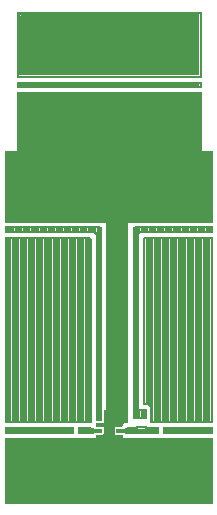
<source format=gbr>
G75*
%IPPOS*%
%FSLAX44Y44*%
%MOIN*%
%ADD10C,0.00100*%
%ADD11C,0.00200*%
%ADD12C,0.00400*%
%ADD13C,0.00800*%
%ADD14C,0.01500*%
%ADD15C,0.02500*%
%ADD16C,0.04000*%
%ADD17C,0.15000*%
%ADD18C,0.50000*%
%ADD19C,0.30000*%
%ADD20C,16.16080*%
%ADD21C,0.01181*%
%ADD22C,0.01969*%
%LNGB-L1*%
%LPD*%
G54D10*
X5122Y2556D02*
X4726D01*
Y2584D01*
X4402D01*
Y2556D01*
X4143Y2555D01*
X4099Y2550D01*
X4055Y2540D01*
X3955Y2511D01*
X3749D01*
Y2403D01*
X3956Y2402D01*
X4076Y2368D01*
X4120Y2360D01*
X4165Y2357D01*
X5122D01*
Y2556D01*
X5117Y2551D02*
X4721D01*
Y2579D01*
X4407D01*
Y2551D01*
X4144Y2550D01*
X4100Y2545D01*
X4057Y2535D01*
X3955Y2506D01*
X3754D01*
Y2408D01*
X3958Y2407D01*
X4077Y2373D01*
X4121Y2365D01*
X4165Y2362D01*
X5117D01*
Y2551D01*
G54D11*
X5107Y2541D02*
X4711D01*
Y2569D01*
X4417D01*
Y2541D01*
X4145D01*
X4102Y2536D01*
X4059Y2526D01*
X3955Y2496D01*
X3764D01*
Y2418D01*
X3960Y2417D01*
X4079Y2382D01*
X4121Y2375D01*
X4165Y2372D01*
X5107D01*
Y2541D01*
G54D12*
X5087Y2521D02*
X4691D01*
Y2549D01*
X4437D01*
Y2521D01*
X4147D01*
X4107Y2516D01*
X4065Y2506D01*
X3955Y2476D01*
X3784D01*
Y2437D01*
X3966Y2436D01*
X4083Y2402D01*
X4122Y2395D01*
X4165Y2392D01*
X5087D01*
Y2521D01*
X3966Y2437D02*
X3955Y2475D01*
X3961Y2456D02*
X3784D01*
X5087Y2471D02*
X3784D01*
X4074Y2509D02*
X5087D01*
Y2433D02*
X3978D01*
G54D10*
X5122Y2556D02*
X4726D01*
Y2584D01*
X4402D01*
Y2556D01*
X4143Y2555D01*
X4099Y2550D01*
X4055Y2540D01*
X3955Y2511D01*
X3749D01*
Y2403D01*
X3956Y2402D01*
X4076Y2368D01*
X4120Y2360D01*
X4165Y2357D01*
X5122D01*
Y2556D01*
X6944D02*
X5289D01*
Y2357D01*
X6944D01*
Y2556D01*
X6939Y2551D02*
X5294D01*
Y2362D01*
X6939D01*
Y2551D01*
G54D11*
X6929Y2541D02*
X5304D01*
Y2372D01*
X6929D01*
Y2541D01*
G54D12*
X6909Y2521D02*
X5324D01*
Y2392D01*
X6909D01*
Y2521D01*
G54D13*
X6869Y2481D02*
X5364D01*
Y2432D01*
X6869D01*
Y2481D01*
X6869Y2457D02*
X5364D01*
G54D10*
X6944Y2556D02*
X5289D01*
Y2357D01*
X6944D01*
Y2556D01*
X4455Y8975D02*
X4460Y8997D01*
X4471Y9018D01*
X4488Y9034D01*
X4509Y9046D01*
X4531Y9050D01*
X6944D01*
Y9249D01*
X4350D01*
X4328Y9242D01*
X4312Y9232D01*
X4299Y9217D01*
X4290Y9200D01*
X4287Y9182D01*
Y2869D01*
X4726D01*
Y3176D01*
X4455D01*
Y8975D01*
X4450Y8976D02*
X4455Y8999D01*
X4468Y9021D01*
X4486Y9039D01*
X4508Y9051D01*
X4531Y9055D01*
X6939D01*
Y9244D01*
X4351Y9245D01*
X4331Y9238D01*
X4316Y9228D01*
X4304Y9215D01*
X4295Y9199D01*
X4292Y9182D01*
Y2874D01*
X4721D01*
Y3171D01*
X4449D01*
X4450Y8976D01*
G54D11*
X4440Y8979D02*
X4447Y9004D01*
X4461Y9028D01*
X4481Y9048D01*
X4506Y9061D01*
X4531Y9065D01*
X6929D01*
Y9234D01*
X4354Y9235D01*
X4337Y9230D01*
X4323Y9222D01*
X4313Y9210D01*
X4305Y9197D01*
X4302Y9182D01*
Y2884D01*
X4711D01*
Y3161D01*
X4439D01*
X4440Y8979D01*
G54D12*
X4421Y8984D02*
X4429Y9015D01*
X4447Y9043D01*
X4472Y9066D01*
X4502Y9080D01*
X4531Y9085D01*
X6909D01*
Y9214D01*
X4360Y9216D01*
X4347Y9213D01*
X4338Y9208D01*
X4330Y9201D01*
X4325Y9193D01*
X4322Y9182D01*
Y2904D01*
X4691D01*
Y3141D01*
X4419D01*
X4421Y8984D01*
X5616Y9215D02*
Y9085D01*
X5578D02*
Y9215D01*
X5540D02*
Y9085D01*
X5502D02*
Y9215D01*
X5464D02*
Y9085D01*
X5426D02*
Y9215D01*
X5388D02*
Y9085D01*
X5350D02*
Y9215D01*
X5312Y9215D02*
Y9085D01*
X5274D02*
Y9215D01*
X5236D02*
Y9085D01*
X5198D02*
Y9215D01*
X5160Y9215D02*
Y9085D01*
X5122D02*
Y9215D01*
X5084D02*
Y9085D01*
X5046D02*
Y9215D01*
X5008Y9216D02*
Y9085D01*
X4970D02*
Y9216D01*
X4932D02*
Y9085D01*
X4894D02*
Y9216D01*
X4856Y9216D02*
Y9085D01*
X4818D02*
Y9216D01*
X4780D02*
Y9085D01*
X4742D02*
Y9216D01*
X4704D02*
Y9085D01*
X4666Y3141D02*
Y2904D01*
Y9085D02*
Y9216D01*
X4628Y3141D02*
Y2904D01*
Y9085D02*
Y9216D01*
X4590Y3141D02*
Y2904D01*
Y9085D02*
Y9216D01*
X4552Y3141D02*
Y2904D01*
Y9085D02*
Y9216D01*
X4514Y3141D02*
Y2904D01*
Y9082D02*
Y9216D01*
X4476Y3141D02*
Y2904D01*
Y9067D02*
Y9216D01*
X4438Y3141D02*
Y2904D01*
Y9028D02*
Y9216D01*
X4400D02*
Y2904D01*
X4362D02*
Y9216D01*
X5654Y9215D02*
Y9085D01*
X5692D02*
Y9215D01*
X5730D02*
Y9085D01*
X5768D02*
Y9215D01*
X5806D02*
Y9085D01*
X5844D02*
Y9215D01*
X5882Y9215D02*
Y9085D01*
X5920D02*
Y9215D01*
X5958D02*
Y9085D01*
X5996D02*
Y9215D01*
X6034Y9215D02*
Y9085D01*
X6072D02*
Y9215D01*
X6110D02*
Y9085D01*
X6148D02*
Y9215D01*
X6186Y9215D02*
Y9085D01*
X6224D02*
Y9215D01*
X6262D02*
Y9085D01*
X6300D02*
Y9215D01*
X6338D02*
Y9085D01*
X6376D02*
Y9215D01*
X6414D02*
Y9085D01*
X6452D02*
Y9214D01*
X6490D02*
Y9085D01*
X6528D02*
Y9214D01*
X6566D02*
Y9085D01*
X6604D02*
Y9214D01*
X6642D02*
Y9085D01*
X6680D02*
Y9214D01*
X6718Y9214D02*
Y9085D01*
X6756D02*
Y9214D01*
X6794D02*
Y9085D01*
X6832D02*
Y9214D01*
X6870Y9214D02*
Y9085D01*
G54D10*
X4455Y8975D02*
X4460Y8997D01*
X4471Y9018D01*
X4488Y9034D01*
X4509Y9046D01*
X4531Y9050D01*
X6944D01*
Y9249D01*
X4350D01*
X4328Y9242D01*
X4312Y9232D01*
X4299Y9217D01*
X4290Y9200D01*
X4287Y9182D01*
Y2869D01*
X4726D01*
Y3176D01*
X4455D01*
Y8975D01*
X438Y14077D02*
Y13881D01*
X6551D01*
Y14077D01*
X438D01*
X443Y14072D02*
Y13886D01*
X6546D01*
Y14072D01*
X443D01*
G54D11*
X453Y14062D02*
Y13896D01*
X6536D01*
Y14062D01*
X453D01*
G54D12*
X473Y14042D02*
Y13916D01*
X6516D01*
Y14042D01*
X473D01*
G54D13*
X513Y14002D02*
Y13956D01*
X6476D01*
Y14002D01*
X513D01*
X6476Y13979D02*
X513D01*
G54D10*
X438Y14077D02*
Y13881D01*
X6551D01*
Y14077D01*
X438D01*
Y14240D02*
X6551D01*
Y16391D01*
X438D01*
Y14240D01*
X443Y14245D02*
X6546D01*
Y16386D01*
X443D01*
Y14245D01*
G54D11*
X453Y14255D02*
X6536D01*
Y16376D01*
X453D01*
Y14255D01*
G54D12*
X473Y14275D02*
X6516D01*
Y16356D01*
X473D01*
Y14275D01*
G54D13*
X513Y14315D02*
X6476D01*
Y16316D01*
X513D01*
Y14315D01*
G54D14*
X588Y14390D02*
X6401D01*
Y16241D01*
X588D01*
Y14390D01*
G54D15*
X713Y14515D02*
X6276D01*
Y16116D01*
X713D01*
Y14515D01*
G54D16*
X913Y14715D02*
X6076D01*
Y15916D01*
X913D01*
Y14715D01*
G54D17*
X1288Y15090D02*
X5701D01*
Y15541D01*
X1288D01*
Y15090D01*
X5701Y15316D02*
X1288D01*
G54D10*
X438Y14240D02*
X6551D01*
Y16391D01*
X438D01*
Y14240D01*
X2307Y2556D02*
X44D01*
Y2357D01*
X2307D01*
Y2556D01*
X2302Y2551D02*
X49D01*
Y2362D01*
X2302D01*
Y2551D01*
G54D11*
X2292Y2541D02*
X59D01*
Y2372D01*
X2292D01*
Y2541D01*
G54D12*
X2272Y2521D02*
X79D01*
Y2392D01*
X2272D01*
Y2521D01*
G54D13*
X2232Y2481D02*
X119D01*
Y2432D01*
X2232D01*
Y2481D01*
X2232Y2457D02*
X119D01*
G54D10*
X2307Y2556D02*
X44D01*
Y2357D01*
X2307D01*
Y2556D01*
X44Y8890D02*
Y2717D01*
X2889D01*
Y8827D01*
X2882Y8849D01*
X2871Y8865D01*
X2857Y8878D01*
X2840Y8886D01*
X2823Y8890D01*
X44D01*
X49Y8885D02*
Y2722D01*
X2884D01*
Y8825D01*
X2878Y8846D01*
X2868Y8861D01*
X2855Y8873D01*
X2839Y8881D01*
X2823Y8885D01*
X49D01*
G54D11*
X59Y8875D02*
Y2732D01*
X2874D01*
X2875Y8822D01*
X2869Y8841D01*
X2861Y8854D01*
X2850Y8864D01*
X2836Y8872D01*
X2823Y8875D01*
X59D01*
G54D12*
X79Y8855D02*
Y2752D01*
X2854D01*
X2856Y8816D01*
X2852Y8830D01*
X2848Y8839D01*
X2841Y8847D01*
X2832Y8852D01*
X2823Y8855D01*
X79D01*
X1468Y8855D02*
Y2752D01*
X1430D02*
Y8855D01*
X1392D02*
Y2752D01*
X1354D02*
Y8855D01*
X1316D02*
Y2752D01*
X1278D02*
Y8855D01*
X1240D02*
Y2752D01*
X1202D02*
Y8855D01*
X1164D02*
Y2752D01*
X1126D02*
Y8855D01*
X1088D02*
Y2752D01*
X1050D02*
Y8855D01*
X1012D02*
Y2752D01*
X974D02*
Y8855D01*
X936D02*
Y2752D01*
X898D02*
Y8855D01*
X860D02*
Y2752D01*
X822D02*
Y8855D01*
X784D02*
Y2752D01*
X746D02*
Y8855D01*
X708D02*
Y2752D01*
X670D02*
Y8855D01*
X632D02*
Y2752D01*
X594D02*
Y8855D01*
X556D02*
Y2752D01*
X518D02*
Y8855D01*
X480D02*
Y2752D01*
X442D02*
Y8855D01*
X404D02*
Y2752D01*
X366D02*
Y8855D01*
X328D02*
Y2752D01*
X290D02*
Y8855D01*
X252D02*
Y2752D01*
X214D02*
Y8855D01*
X176D02*
Y2752D01*
X138D02*
Y8855D01*
X100D02*
Y2752D01*
X1506D02*
Y8855D01*
X1544D02*
Y2752D01*
X1582D02*
Y8855D01*
X1620D02*
Y2752D01*
X1658D02*
Y8855D01*
X1696D02*
Y2752D01*
X1734D02*
Y8855D01*
X1772D02*
Y2752D01*
X1810D02*
Y8855D01*
X1848D02*
Y2752D01*
X1886D02*
Y8855D01*
X1924D02*
Y2752D01*
X1962D02*
Y8855D01*
X2000D02*
Y2752D01*
X2038D02*
Y8855D01*
X2076D02*
Y2752D01*
X2114D02*
Y8855D01*
X2152D02*
Y2752D01*
X2190D02*
Y8855D01*
X2228D02*
Y2752D01*
X2266D02*
Y8855D01*
X2304D02*
Y2752D01*
X2342D02*
Y8855D01*
X2380D02*
Y2752D01*
X2418D02*
Y8855D01*
X2456D02*
Y2752D01*
X2494D02*
Y8855D01*
X2532D02*
Y2752D01*
X2570D02*
Y8855D01*
X2608D02*
Y2752D01*
X2646D02*
Y8855D01*
X2684D02*
Y2752D01*
X2722D02*
Y8855D01*
X2760D02*
Y2752D01*
X2798D02*
Y8855D01*
X2836Y8850D02*
Y2752D01*
G54D10*
X44Y8890D02*
Y2717D01*
X2889D01*
Y8827D01*
X2882Y8849D01*
X2871Y8865D01*
X2857Y8878D01*
X2840Y8886D01*
X2823Y8890D01*
X44D01*
Y9410D02*
X3337Y9409D01*
X3361Y9401D01*
X3379Y9389D01*
X3393Y9372D01*
X3403Y9353D01*
X3407Y9333D01*
Y3129D01*
X3322D01*
Y2735D01*
X3303Y2710D01*
X3282Y2706D01*
X3056D01*
Y2602D01*
X3294D01*
X3318Y2580D01*
X3322Y2560D01*
Y2340D01*
X3301Y2316D01*
X3281Y2312D01*
X3079D01*
X3060Y2297D01*
X3056Y2281D01*
Y2227D01*
X3038Y2202D01*
X3016Y2198D01*
X44Y2197D01*
Y44D01*
X6944D01*
Y2197D01*
X3962Y2198D01*
X3937Y2217D01*
X3932Y2238D01*
Y2289D01*
X3918Y2308D01*
X3902Y2312D01*
X3694D01*
X3670Y2333D01*
X3667Y2353D01*
Y2574D01*
X3687Y2598D01*
X3708Y2602D01*
X3909D01*
X3929Y2616D01*
X3932Y2632D01*
Y2687D01*
X3951Y2712D01*
X3973Y2717D01*
X4095D01*
Y9340D01*
X4104Y9363D01*
X4116Y9382D01*
X4132Y9396D01*
X4152Y9406D01*
X4172Y9410D01*
X6944D01*
Y11763D01*
X6551D01*
Y13721D01*
X438D01*
Y11763D01*
X44D01*
Y9410D01*
X49Y9415D02*
X3339Y9414D01*
X3363Y9405D01*
X3383Y9392D01*
X3398Y9375D01*
X3408Y9354D01*
X3412Y9333D01*
Y3124D01*
X3327D01*
Y2734D01*
X3306Y2706D01*
X3282Y2701D01*
X3061D01*
Y2607D01*
X3296D01*
X3323Y2583D01*
X3327Y2560D01*
Y2338D01*
X3303Y2311D01*
X3281Y2307D01*
X3081D01*
X3065Y2294D01*
X3061Y2281D01*
Y2226D01*
X3040Y2198D01*
X3016Y2193D01*
X49Y2192D01*
Y49D01*
X6939D01*
Y2192D01*
X3960Y2193D01*
X3932Y2214D01*
X3927Y2238D01*
Y2287D01*
X3915Y2304D01*
X3902Y2307D01*
X3693D01*
X3666Y2330D01*
X3662Y2353D01*
Y2575D01*
X3685Y2602D01*
X3708Y2607D01*
X3908D01*
X3924Y2619D01*
X3927Y2632D01*
Y2688D01*
X3948Y2716D01*
X3973Y2722D01*
X4090D01*
X4091Y9342D01*
X4099Y9366D01*
X4113Y9386D01*
X4130Y9401D01*
X4151Y9411D01*
X4172Y9415D01*
X6939D01*
Y11758D01*
X6546D01*
Y13716D01*
X443D01*
Y11758D01*
X49D01*
Y9415D01*
G54D11*
X59Y9425D02*
X3342Y9424D01*
X3369Y9414D01*
X3390Y9399D01*
X3407Y9379D01*
X3418Y9355D01*
X3422Y9333D01*
Y3114D01*
X3337D01*
Y2730D01*
X3312Y2697D01*
X3282Y2691D01*
X3071D01*
Y2617D01*
X3300D01*
X3332Y2588D01*
X3337Y2560D01*
Y2334D01*
X3309Y2302D01*
X3281Y2297D01*
X3084D01*
X3073Y2289D01*
X3071Y2281D01*
Y2222D01*
X3046Y2189D01*
X3016Y2183D01*
X59Y2182D01*
Y59D01*
X6929D01*
Y2182D01*
X3957Y2183D01*
X3923Y2208D01*
X3917Y2238D01*
Y2284D01*
X3909Y2295D01*
X3902Y2297D01*
X3689D01*
X3657Y2325D01*
X3652Y2353D01*
Y2579D01*
X3679Y2611D01*
X3708Y2617D01*
X3904D01*
X3915Y2625D01*
X3917Y2632D01*
Y2691D01*
X3942Y2725D01*
X3973Y2732D01*
X4080D01*
X4081Y9345D01*
X4091Y9372D01*
X4106Y9393D01*
X4126Y9410D01*
X4150Y9421D01*
X4172Y9425D01*
X6929D01*
Y11748D01*
X6536D01*
Y13706D01*
X453D01*
Y11748D01*
X59D01*
Y9425D01*
X4081Y6883D02*
X3422D01*
Y6902D02*
X4081D01*
Y6921D02*
X3422D01*
Y6940D02*
X4081D01*
Y6959D02*
X3422D01*
Y6978D02*
X4081D01*
Y6997D02*
X3422D01*
Y7016D02*
X4081D01*
Y7035D02*
X3422D01*
Y7054D02*
X4081D01*
Y7073D02*
X3422D01*
Y7092D02*
X4081D01*
Y7111D02*
X3422D01*
Y7130D02*
X4081D01*
Y7149D02*
X3422D01*
Y7168D02*
X4081D01*
Y7187D02*
X3422D01*
Y7206D02*
X4081D01*
Y7225D02*
X3422D01*
Y7244D02*
X4081D01*
Y7263D02*
X3422D01*
Y7282D02*
X4081D01*
Y7301D02*
X3422D01*
Y7320D02*
X4081D01*
Y7339D02*
X3422D01*
Y7358D02*
X4081D01*
Y7377D02*
X3422D01*
Y7396D02*
X4081D01*
Y7415D02*
X3422D01*
Y7434D02*
X4081D01*
Y7453D02*
X3422D01*
Y7472D02*
X4081D01*
Y7491D02*
X3422D01*
Y7510D02*
X4081D01*
Y7529D02*
X3422D01*
Y7548D02*
X4081D01*
Y7567D02*
X3422D01*
Y7586D02*
X4081D01*
Y7605D02*
X3422D01*
Y7624D02*
X4081D01*
Y7643D02*
X3422D01*
Y7662D02*
X4081D01*
Y7681D02*
X3422D01*
Y7700D02*
X4081D01*
Y7719D02*
X3422D01*
Y7738D02*
X4081D01*
Y7757D02*
X3422D01*
Y7776D02*
X4081D01*
Y7795D02*
X3422D01*
Y7814D02*
X4081D01*
Y7833D02*
X3422D01*
Y7852D02*
X4081D01*
Y7871D02*
X3422D01*
Y7890D02*
X4081D01*
Y7909D02*
X3422D01*
Y7928D02*
X4081D01*
Y7947D02*
X3422D01*
Y7966D02*
X4081D01*
Y7985D02*
X3422D01*
Y8004D02*
X4081D01*
Y8023D02*
X3422D01*
Y8042D02*
X4081D01*
Y8061D02*
X3422D01*
Y8080D02*
X4081D01*
Y8099D02*
X3422D01*
Y8118D02*
X4081D01*
Y8137D02*
X3422D01*
Y8156D02*
X4081D01*
Y8175D02*
X3422D01*
Y8194D02*
X4081D01*
Y8213D02*
X3422D01*
Y8232D02*
X4081D01*
Y8251D02*
X3422D01*
Y8270D02*
X4081D01*
Y8289D02*
X3422D01*
Y8308D02*
X4081D01*
Y8327D02*
X3422D01*
Y8346D02*
X4081D01*
Y8365D02*
X3422D01*
Y8384D02*
X4081D01*
Y8403D02*
X3422D01*
Y8422D02*
X4081D01*
Y8441D02*
X3422D01*
Y8460D02*
X4081D01*
Y8479D02*
X3422D01*
Y8498D02*
X4081D01*
Y8517D02*
X3422D01*
Y8536D02*
X4081D01*
Y8555D02*
X3422D01*
Y8574D02*
X4081D01*
Y8593D02*
X3422D01*
Y8612D02*
X4081D01*
Y8631D02*
X3422D01*
Y8650D02*
X4081D01*
Y8669D02*
X3422D01*
Y8688D02*
X4081D01*
Y8707D02*
X3422D01*
Y8726D02*
X4081D01*
Y8745D02*
X3422D01*
Y8764D02*
X4081D01*
Y8783D02*
X3422D01*
Y8802D02*
X4081D01*
Y8821D02*
X3422D01*
Y8840D02*
X4081D01*
Y8859D02*
X3422D01*
Y8878D02*
X4081D01*
Y8897D02*
X3422D01*
Y8916D02*
X4081D01*
Y8935D02*
X3422D01*
Y8954D02*
X4081D01*
Y8973D02*
X3422D01*
Y8992D02*
X4081D01*
Y9011D02*
X3422D01*
Y9030D02*
X4081D01*
X4081Y9049D02*
X3422D01*
Y9068D02*
X4081D01*
Y9087D02*
X3422D01*
Y9106D02*
X4081D01*
Y9125D02*
X3422D01*
Y9144D02*
X4081D01*
Y9163D02*
X3422D01*
Y9182D02*
X4081D01*
Y9201D02*
X3422D01*
Y9220D02*
X4081D01*
Y9239D02*
X3422D01*
Y9258D02*
X4081D01*
Y9277D02*
X3422D01*
Y9296D02*
X4081D01*
Y9315D02*
X3422D01*
X3422Y9334D02*
X4081D01*
X4084Y9353D02*
X3418D01*
X3410Y9372D02*
X4091D01*
X4104Y9391D02*
X3397D01*
X3375Y9410D02*
X4126D01*
X6929Y9429D02*
X59D01*
Y9448D02*
X6929D01*
Y9467D02*
X59D01*
Y9486D02*
X6929D01*
Y9505D02*
X59D01*
Y9524D02*
X6929D01*
Y9543D02*
X59D01*
Y9562D02*
X6929D01*
Y9581D02*
X59D01*
Y9600D02*
X6929D01*
Y9619D02*
X59D01*
Y9638D02*
X6929D01*
Y9657D02*
X59D01*
Y9676D02*
X6929D01*
Y9695D02*
X59D01*
Y9714D02*
X6929D01*
Y9733D02*
X59D01*
Y9752D02*
X6929D01*
Y9771D02*
X59D01*
Y9790D02*
X6929D01*
Y9809D02*
X59D01*
Y9828D02*
X6929D01*
Y9847D02*
X59D01*
Y9866D02*
X6929D01*
Y9885D02*
X59D01*
Y9904D02*
X6929D01*
Y9923D02*
X59D01*
Y9942D02*
X6929D01*
Y9961D02*
X59D01*
Y9980D02*
X6929D01*
Y9999D02*
X59D01*
Y10018D02*
X6929D01*
Y10037D02*
X59D01*
Y10056D02*
X6929D01*
Y10075D02*
X59D01*
Y10094D02*
X6929D01*
Y10113D02*
X59D01*
Y10132D02*
X6929D01*
Y10151D02*
X59D01*
Y10170D02*
X6929D01*
Y10189D02*
X59D01*
Y10208D02*
X6929D01*
Y10227D02*
X59D01*
Y10246D02*
X6929D01*
Y10265D02*
X59D01*
Y10284D02*
X6929D01*
Y10303D02*
X59D01*
Y10322D02*
X6929D01*
Y10341D02*
X59D01*
Y10360D02*
X6929D01*
Y10379D02*
X59D01*
Y10398D02*
X6929D01*
Y10417D02*
X59D01*
Y10436D02*
X6929D01*
Y10455D02*
X59D01*
Y10474D02*
X6929D01*
Y10493D02*
X59D01*
Y10512D02*
X6929D01*
Y10531D02*
X59D01*
Y10550D02*
X6929D01*
Y10569D02*
X59D01*
Y10588D02*
X6929D01*
Y10607D02*
X59D01*
Y10626D02*
X6929D01*
Y10645D02*
X59D01*
Y10664D02*
X6929D01*
Y10683D02*
X59D01*
Y10702D02*
X6929D01*
Y10721D02*
X59D01*
Y10740D02*
X6929D01*
Y10759D02*
X59D01*
Y10778D02*
X6929D01*
Y10797D02*
X59D01*
Y10816D02*
X6929D01*
Y10835D02*
X59D01*
Y10854D02*
X6929D01*
Y10873D02*
X59D01*
Y10892D02*
X6929D01*
Y10911D02*
X59D01*
Y10930D02*
X6929D01*
Y10949D02*
X59D01*
Y10968D02*
X6929D01*
Y10987D02*
X59D01*
Y11006D02*
X6929D01*
Y11025D02*
X59D01*
Y11044D02*
X6929D01*
Y11063D02*
X59D01*
Y11082D02*
X6929D01*
Y11101D02*
X59D01*
Y11120D02*
X6929D01*
Y11139D02*
X59D01*
Y11158D02*
X6929D01*
Y11177D02*
X59D01*
Y11196D02*
X6929D01*
Y11215D02*
X59D01*
Y11234D02*
X6929D01*
Y11253D02*
X59D01*
Y11272D02*
X6929D01*
Y11291D02*
X59D01*
Y11310D02*
X6929D01*
Y11329D02*
X59D01*
Y11348D02*
X6929D01*
Y11367D02*
X59D01*
Y11386D02*
X6929D01*
Y11405D02*
X59D01*
Y11424D02*
X6929D01*
Y11443D02*
X59D01*
Y11462D02*
X6929D01*
Y11481D02*
X59D01*
Y11500D02*
X6929D01*
Y11519D02*
X59D01*
Y11538D02*
X6929D01*
Y11557D02*
X59D01*
Y11576D02*
X6929D01*
Y11595D02*
X59D01*
Y11614D02*
X6929D01*
Y11633D02*
X59D01*
Y11652D02*
X6929D01*
Y11671D02*
X59D01*
Y11690D02*
X6929D01*
Y11709D02*
X59D01*
Y11728D02*
X6929D01*
Y11747D02*
X59D01*
X453Y11766D02*
X6536D01*
Y11785D02*
X453D01*
Y11804D02*
X6536D01*
Y11823D02*
X453D01*
Y11842D02*
X6536D01*
Y11861D02*
X453D01*
Y11880D02*
X6536D01*
Y11899D02*
X453D01*
Y11918D02*
X6536D01*
Y11937D02*
X453D01*
Y11956D02*
X6536D01*
Y11975D02*
X453D01*
Y11994D02*
X6536D01*
Y12013D02*
X453D01*
Y12032D02*
X6536D01*
Y12051D02*
X453D01*
Y12070D02*
X6536D01*
Y12089D02*
X453D01*
Y12108D02*
X6536D01*
Y12127D02*
X453D01*
Y12146D02*
X6536D01*
Y12165D02*
X453D01*
Y12184D02*
X6536D01*
Y12203D02*
X453D01*
Y12222D02*
X6536D01*
Y12241D02*
X453D01*
Y12260D02*
X6536D01*
Y12279D02*
X453D01*
Y12298D02*
X6536D01*
Y12317D02*
X453D01*
Y12336D02*
X6536D01*
Y12355D02*
X453D01*
Y12374D02*
X6536D01*
Y12393D02*
X453D01*
Y12412D02*
X6536D01*
Y12431D02*
X453D01*
Y12450D02*
X6536D01*
Y12469D02*
X453D01*
Y12488D02*
X6536D01*
Y12507D02*
X453D01*
Y12526D02*
X6536D01*
Y12545D02*
X453D01*
Y12564D02*
X6536D01*
Y12583D02*
X453D01*
Y12602D02*
X6536D01*
Y12621D02*
X453D01*
Y12640D02*
X6536D01*
Y12659D02*
X453D01*
Y12678D02*
X6536D01*
Y12697D02*
X453D01*
Y12716D02*
X6536D01*
Y12735D02*
X453D01*
Y12754D02*
X6536D01*
Y12773D02*
X453D01*
Y12792D02*
X6536D01*
Y12811D02*
X453D01*
Y12830D02*
X6536D01*
Y12849D02*
X453D01*
Y12868D02*
X6536D01*
Y12887D02*
X453D01*
Y12906D02*
X6536D01*
Y12925D02*
X453D01*
Y12944D02*
X6536D01*
Y12963D02*
X453D01*
Y12982D02*
X6536D01*
Y13001D02*
X453D01*
Y13020D02*
X6536D01*
Y13039D02*
X453D01*
Y13058D02*
X6536D01*
Y13077D02*
X453D01*
Y13096D02*
X6536D01*
Y13115D02*
X453D01*
Y13134D02*
X6536D01*
Y13153D02*
X453D01*
Y13172D02*
X6536D01*
Y13191D02*
X453D01*
Y13210D02*
X6536D01*
Y13229D02*
X453D01*
Y13248D02*
X6536D01*
Y13267D02*
X453D01*
Y13286D02*
X6536D01*
Y13305D02*
X453D01*
Y13324D02*
X6536D01*
Y13343D02*
X453D01*
Y13362D02*
X6536D01*
Y13381D02*
X453D01*
Y13400D02*
X6536D01*
Y13419D02*
X453D01*
Y13438D02*
X6536D01*
Y13457D02*
X453D01*
Y13476D02*
X6536D01*
Y13495D02*
X453D01*
Y13514D02*
X6536D01*
Y13533D02*
X453D01*
Y13552D02*
X6536D01*
Y13571D02*
X453D01*
Y13590D02*
X6536D01*
Y13609D02*
X453D01*
Y13628D02*
X6536D01*
Y13647D02*
X453D01*
Y13666D02*
X6536D01*
Y13685D02*
X453D01*
Y13704D02*
X6536D01*
X4081Y6864D02*
X3422D01*
Y6845D02*
X4081D01*
Y6826D02*
X3422D01*
Y6807D02*
X4081D01*
Y6788D02*
X3422D01*
Y6769D02*
X4081D01*
Y6750D02*
X3422D01*
Y6731D02*
X4081D01*
Y6712D02*
X3422D01*
Y6693D02*
X4081D01*
Y6674D02*
X3422D01*
Y6655D02*
X4081D01*
X4081Y6636D02*
X3422D01*
Y6617D02*
X4081D01*
Y6598D02*
X3422D01*
Y6579D02*
X4081D01*
Y6560D02*
X3422D01*
Y6541D02*
X4081D01*
Y6522D02*
X3422D01*
Y6503D02*
X4081D01*
Y6484D02*
X3422D01*
Y6465D02*
X4081D01*
Y6446D02*
X3422D01*
Y6427D02*
X4081D01*
Y6408D02*
X3422D01*
Y6389D02*
X4081D01*
Y6370D02*
X3422D01*
Y6351D02*
X4081D01*
Y6332D02*
X3422D01*
Y6313D02*
X4081D01*
Y6294D02*
X3422D01*
Y6275D02*
X4081D01*
Y6256D02*
X3422D01*
Y6237D02*
X4081D01*
Y6218D02*
X3422D01*
Y6199D02*
X4081D01*
Y6180D02*
X3422D01*
Y6161D02*
X4081D01*
Y6142D02*
X3422D01*
Y6123D02*
X4081D01*
Y6104D02*
X3422D01*
Y6085D02*
X4081D01*
Y6066D02*
X3422D01*
Y6047D02*
X4081D01*
X4081Y6028D02*
X3422D01*
Y6009D02*
X4081D01*
Y5990D02*
X3422D01*
Y5971D02*
X4081D01*
Y5952D02*
X3422D01*
Y5933D02*
X4081D01*
Y5914D02*
X3422D01*
Y5895D02*
X4081D01*
Y5876D02*
X3422D01*
Y5857D02*
X4081D01*
Y5838D02*
X3422D01*
Y5819D02*
X4081D01*
Y5800D02*
X3422D01*
Y5781D02*
X4081D01*
Y5762D02*
X3422D01*
Y5743D02*
X4081D01*
Y5724D02*
X3422D01*
Y5705D02*
X4081D01*
Y5686D02*
X3422D01*
Y5667D02*
X4081D01*
Y5648D02*
X3422D01*
Y5629D02*
X4081D01*
Y5610D02*
X3422D01*
Y5591D02*
X4081D01*
Y5572D02*
X3422D01*
Y5553D02*
X4081D01*
Y5534D02*
X3422D01*
Y5515D02*
X4081D01*
Y5496D02*
X3422D01*
Y5477D02*
X4081D01*
Y5458D02*
X3422D01*
Y5439D02*
X4081D01*
X4081Y5420D02*
X3422D01*
Y5401D02*
X4081D01*
Y5382D02*
X3422D01*
Y5363D02*
X4081D01*
Y5344D02*
X3422D01*
Y5325D02*
X4081D01*
Y5306D02*
X3422D01*
Y5287D02*
X4081D01*
Y5268D02*
X3422D01*
Y5249D02*
X4081D01*
Y5230D02*
X3422D01*
Y5211D02*
X4081D01*
Y5192D02*
X3422D01*
Y5173D02*
X4081D01*
Y5154D02*
X3422D01*
Y5135D02*
X4081D01*
Y5116D02*
X3422D01*
Y5097D02*
X4081D01*
Y5078D02*
X3422D01*
Y5059D02*
X4081D01*
Y5040D02*
X3422D01*
Y5021D02*
X4081D01*
Y5002D02*
X3422D01*
Y4983D02*
X4081D01*
Y4964D02*
X3422D01*
Y4945D02*
X4081D01*
Y4926D02*
X3422D01*
Y4907D02*
X4081D01*
Y4888D02*
X3422D01*
Y4869D02*
X4081D01*
Y4850D02*
X3422D01*
Y4831D02*
X4081D01*
Y4812D02*
X3422D01*
Y4793D02*
X4081D01*
Y4774D02*
X3422D01*
Y4755D02*
X4081D01*
Y4736D02*
X3422D01*
Y4717D02*
X4081D01*
Y4698D02*
X3422D01*
Y4679D02*
X4081D01*
Y4660D02*
X3422D01*
Y4641D02*
X4081D01*
Y4622D02*
X3422D01*
Y4603D02*
X4081D01*
Y4584D02*
X3422D01*
Y4565D02*
X4081D01*
Y4546D02*
X3422D01*
Y4527D02*
X4081D01*
Y4508D02*
X3422D01*
Y4489D02*
X4081D01*
Y4470D02*
X3422D01*
Y4451D02*
X4081D01*
Y4432D02*
X3422D01*
Y4413D02*
X4081D01*
Y4394D02*
X3422D01*
Y4375D02*
X4081D01*
Y4356D02*
X3422D01*
Y4337D02*
X4081D01*
Y4318D02*
X3422D01*
Y4299D02*
X4081D01*
Y4280D02*
X3422D01*
Y4261D02*
X4081D01*
Y4242D02*
X3422D01*
Y4223D02*
X4080D01*
Y4204D02*
X3422D01*
Y4185D02*
X4080D01*
Y4166D02*
X3422D01*
Y4147D02*
X4080D01*
Y4128D02*
X3422D01*
Y4109D02*
X4080D01*
Y4090D02*
X3422D01*
Y4071D02*
X4080D01*
Y4052D02*
X3422D01*
Y4033D02*
X4080D01*
Y4014D02*
X3422D01*
Y3995D02*
X4080D01*
Y3976D02*
X3422D01*
Y3957D02*
X4080D01*
Y3938D02*
X3422D01*
Y3919D02*
X4080D01*
Y3900D02*
X3422D01*
Y3881D02*
X4080D01*
Y3862D02*
X3422D01*
Y3843D02*
X4080D01*
Y3824D02*
X3422D01*
Y3805D02*
X4080D01*
Y3786D02*
X3422D01*
Y3767D02*
X4080D01*
Y3748D02*
X3422D01*
Y3729D02*
X4080D01*
Y3710D02*
X3422D01*
Y3691D02*
X4080D01*
Y3672D02*
X3422D01*
Y3653D02*
X4080D01*
Y3634D02*
X3422D01*
Y3615D02*
X4080D01*
Y3595D02*
X3422D01*
Y3576D02*
X4080D01*
Y3557D02*
X3422D01*
Y3538D02*
X4080D01*
Y3519D02*
X3422D01*
Y3500D02*
X4080D01*
Y3481D02*
X3422D01*
Y3462D02*
X4080D01*
Y3443D02*
X3422D01*
Y3424D02*
X4080D01*
Y3405D02*
X3422D01*
Y3386D02*
X4080D01*
Y3367D02*
X3422D01*
Y3348D02*
X4080D01*
Y3329D02*
X3422D01*
Y3310D02*
X4080D01*
Y3291D02*
X3422D01*
Y3272D02*
X4080D01*
Y3253D02*
X3422D01*
Y3234D02*
X4080D01*
Y3215D02*
X3422D01*
Y3196D02*
X4080D01*
Y3177D02*
X3422D01*
Y3158D02*
X4080D01*
Y3139D02*
X3422D01*
Y3120D02*
X4080D01*
Y3101D02*
X3337D01*
Y3082D02*
X4080D01*
Y3063D02*
X3337D01*
Y3044D02*
X4080D01*
X4080Y3025D02*
X3337D01*
Y3006D02*
X4080D01*
Y2987D02*
X3337D01*
Y2968D02*
X4080D01*
Y2949D02*
X3337D01*
Y2930D02*
X4080D01*
Y2911D02*
X3337D01*
Y2892D02*
X4080D01*
Y2873D02*
X3337D01*
Y2854D02*
X4080D01*
Y2835D02*
X3337D01*
Y2816D02*
X4080D01*
Y2797D02*
X3337D01*
Y2778D02*
X4080D01*
Y2759D02*
X3337D01*
Y2740D02*
X4080D01*
X3939Y2721D02*
X3331D01*
X3316Y2702D02*
X3925D01*
X3917Y2683D02*
X3071D01*
Y2664D02*
X3917D01*
Y2645D02*
X3071D01*
Y2626D02*
X3916D01*
X3676Y2607D02*
X3310D01*
X3332Y2588D02*
X3660D01*
X3652Y2569D02*
X3336D01*
X3337Y2550D02*
X3652D01*
Y2531D02*
X3337D01*
Y2512D02*
X3652D01*
Y2493D02*
X3337D01*
Y2474D02*
X3652D01*
Y2455D02*
X3337D01*
Y2436D02*
X3652D01*
Y2417D02*
X3337D01*
Y2398D02*
X3652D01*
Y2379D02*
X3337D01*
Y2360D02*
X3652D01*
X3654Y2341D02*
X3337D01*
X3327Y2322D02*
X3660D01*
X3681Y2303D02*
X3310D01*
X3072Y2284D02*
X3917D01*
X3917Y2265D02*
X3071D01*
Y2246D02*
X3917D01*
X3919Y2227D02*
X3071D01*
X3061Y2208D02*
X3923D01*
X3948Y2189D02*
X3047D01*
X59Y2170D02*
X6929D01*
Y2151D02*
X59D01*
Y2132D02*
X6929D01*
Y2113D02*
X59D01*
Y2094D02*
X6929D01*
Y2075D02*
X59D01*
Y2056D02*
X6929D01*
Y2037D02*
X59D01*
Y2018D02*
X6929D01*
Y1999D02*
X59D01*
Y1980D02*
X6929D01*
Y1961D02*
X59D01*
Y1942D02*
X6929D01*
Y1923D02*
X59D01*
Y1904D02*
X6929D01*
Y1885D02*
X59D01*
Y1866D02*
X6929D01*
Y1847D02*
X59D01*
Y1828D02*
X6929D01*
Y1809D02*
X59D01*
Y1790D02*
X6929D01*
Y1771D02*
X59D01*
Y1752D02*
X6929D01*
Y1733D02*
X59D01*
Y1714D02*
X6929D01*
Y1695D02*
X59D01*
Y1676D02*
X6929D01*
Y1657D02*
X59D01*
Y1638D02*
X6929D01*
Y1619D02*
X59D01*
Y1600D02*
X6929D01*
Y1581D02*
X59D01*
Y1562D02*
X6929D01*
Y1543D02*
X59D01*
Y1524D02*
X6929D01*
Y1505D02*
X59D01*
Y1486D02*
X6929D01*
Y1467D02*
X59D01*
Y1448D02*
X6929D01*
Y1429D02*
X59D01*
Y1410D02*
X6929D01*
Y1391D02*
X59D01*
Y1372D02*
X6929D01*
Y1353D02*
X59D01*
Y1334D02*
X6929D01*
Y1315D02*
X59D01*
Y1296D02*
X6929D01*
Y1277D02*
X59D01*
Y1258D02*
X6929D01*
Y1239D02*
X59D01*
Y1220D02*
X6929D01*
Y1201D02*
X59D01*
Y1182D02*
X6929D01*
Y1163D02*
X59D01*
Y1144D02*
X6929D01*
Y1125D02*
X59D01*
Y1106D02*
X6929D01*
Y1087D02*
X59D01*
Y1068D02*
X6929D01*
Y1049D02*
X59D01*
Y1030D02*
X6929D01*
Y1011D02*
X59D01*
Y992D02*
X6929D01*
Y973D02*
X59D01*
Y954D02*
X6929D01*
Y935D02*
X59D01*
Y916D02*
X6929D01*
Y897D02*
X59D01*
Y878D02*
X6929D01*
Y859D02*
X59D01*
Y840D02*
X6929D01*
Y821D02*
X59D01*
Y802D02*
X6929D01*
Y783D02*
X59D01*
Y764D02*
X6929D01*
Y745D02*
X59D01*
Y726D02*
X6929D01*
Y707D02*
X59D01*
Y688D02*
X6929D01*
Y669D02*
X59D01*
Y650D02*
X6929D01*
Y631D02*
X59D01*
Y612D02*
X6929D01*
Y593D02*
X59D01*
Y574D02*
X6929D01*
Y555D02*
X59D01*
Y536D02*
X6929D01*
Y517D02*
X59D01*
Y498D02*
X6929D01*
Y479D02*
X59D01*
Y460D02*
X6929D01*
Y441D02*
X59D01*
Y422D02*
X6929D01*
Y403D02*
X59D01*
Y384D02*
X6929D01*
Y365D02*
X59D01*
Y346D02*
X6929D01*
Y327D02*
X59D01*
Y308D02*
X6929D01*
Y289D02*
X59D01*
Y270D02*
X6929D01*
Y251D02*
X59D01*
Y232D02*
X6929D01*
Y213D02*
X59D01*
Y194D02*
X6929D01*
Y175D02*
X59D01*
Y156D02*
X6929D01*
Y137D02*
X59D01*
Y118D02*
X6929D01*
Y99D02*
X59D01*
Y80D02*
X6929D01*
Y61D02*
X59D01*
G54D10*
X44Y9410D02*
X3337Y9409D01*
X3361Y9401D01*
X3379Y9389D01*
X3393Y9372D01*
X3403Y9353D01*
X3407Y9333D01*
Y3129D01*
X3322D01*
Y2735D01*
X3303Y2710D01*
X3282Y2706D01*
X3056D01*
Y2602D01*
X3294D01*
X3318Y2580D01*
X3322Y2560D01*
Y2340D01*
X3301Y2316D01*
X3281Y2312D01*
X3079D01*
X3060Y2297D01*
X3056Y2281D01*
Y2227D01*
X3038Y2202D01*
X3016Y2198D01*
X44Y2197D01*
Y44D01*
X6944D01*
Y2197D01*
X3962Y2198D01*
X3937Y2217D01*
X3932Y2238D01*
Y2289D01*
X3918Y2308D01*
X3902Y2312D01*
X3694D01*
X3670Y2333D01*
X3667Y2353D01*
Y2574D01*
X3687Y2598D01*
X3708Y2602D01*
X3909D01*
X3929Y2616D01*
X3932Y2632D01*
Y2687D01*
X3951Y2712D01*
X3973Y2717D01*
X4095D01*
Y9340D01*
X4104Y9363D01*
X4116Y9382D01*
X4132Y9396D01*
X4152Y9406D01*
X4172Y9410D01*
X6944D01*
Y11763D01*
X6551D01*
Y13721D01*
X438D01*
Y11763D01*
X44D01*
Y9410D01*
X2474Y2357D02*
X2845Y2358D01*
X2890Y2363D01*
X2933Y2373D01*
X3034Y2403D01*
X3239D01*
Y2511D01*
X3032D01*
X2912Y2546D01*
X2868Y2553D01*
X2823Y2556D01*
X2474D01*
Y2357D01*
X2479Y2362D02*
X2845Y2363D01*
X2889Y2368D01*
X2932Y2378D01*
X3034Y2408D01*
X3234D01*
Y2506D01*
X3031D01*
X2911Y2541D01*
X2868Y2548D01*
X2823Y2551D01*
X2479D01*
Y2362D01*
G54D11*
X2489Y2372D02*
X2844Y2373D01*
X2886Y2378D01*
X2929Y2388D01*
X3034Y2418D01*
X3224D01*
Y2496D01*
X3028D01*
X2910Y2531D01*
X2867Y2538D01*
X2823Y2541D01*
X2489D01*
Y2372D01*
G54D12*
X2509Y2392D02*
X2841Y2393D01*
X2882Y2397D01*
X2924Y2407D01*
X3034Y2438D01*
X3204D01*
Y2476D01*
X3023Y2477D01*
X2906Y2511D01*
X2866Y2518D01*
X2823Y2521D01*
X2509D01*
Y2392D01*
X3023Y2476D02*
X3033Y2439D01*
X3204Y2457D02*
X3028D01*
X3204Y2457D02*
X2509D01*
Y2495D02*
X2963D01*
X2966Y2419D02*
X2509D01*
G54D10*
X2474Y2357D02*
X2845Y2358D01*
X2890Y2363D01*
X2933Y2373D01*
X3034Y2403D01*
X3239D01*
Y2511D01*
X3032D01*
X2912Y2546D01*
X2868Y2553D01*
X2823Y2556D01*
X2474D01*
Y2357D01*
X4622Y8823D02*
Y3335D01*
X4756Y3334D01*
X4772Y3331D01*
X4787Y3326D01*
X4802Y3319D01*
X4815Y3310D01*
X4827Y3299D01*
X4838Y3287D01*
X4847Y3274D01*
X4854Y3259D01*
X4859Y3244D01*
X4862Y3228D01*
X4863Y2717D01*
X6944D01*
Y8890D01*
X4689D01*
X4670Y8886D01*
X4652Y8876D01*
X4636Y8861D01*
X4626Y8842D01*
X4622Y8823D01*
X4627D02*
Y3340D01*
X4757Y3339D01*
X4774Y3336D01*
X4789Y3330D01*
X4804Y3323D01*
X4818Y3314D01*
X4831Y3302D01*
X4842Y3290D01*
X4851Y3276D01*
X4858Y3261D01*
X4864Y3245D01*
X4867Y3228D01*
X4868Y2722D01*
X6939D01*
Y8885D01*
X4690D01*
X4673Y8882D01*
X4655Y8872D01*
X4641Y8859D01*
X4631Y8841D01*
X4627Y8823D01*
G54D11*
X4637D02*
Y3350D01*
X4759Y3349D01*
X4777Y3345D01*
X4794Y3339D01*
X4810Y3331D01*
X4825Y3321D01*
X4838Y3309D01*
X4850Y3295D01*
X4860Y3280D01*
X4868Y3264D01*
X4874Y3247D01*
X4877Y3228D01*
X4878Y2732D01*
X6929D01*
Y8875D01*
X4692D01*
X4677Y8873D01*
X4662Y8865D01*
X4649Y8854D01*
X4641Y8839D01*
X4637Y8823D01*
G54D12*
X4657D02*
Y3370D01*
X4763Y3369D01*
X4783Y3364D01*
X4803Y3357D01*
X4821Y3348D01*
X4838Y3336D01*
X4854Y3322D01*
X4867Y3306D01*
X4878Y3289D01*
X4887Y3270D01*
X4893Y3250D01*
X4897Y3228D01*
X4898Y2752D01*
X6909D01*
Y8855D01*
X4695D01*
X4686D01*
X4675Y8850D01*
X4667Y8844D01*
X4660Y8834D01*
X4657Y8823D01*
X5783Y8855D02*
Y2752D01*
X5745D02*
Y8855D01*
X5707D02*
Y2752D01*
X5669D02*
Y8855D01*
X5631D02*
Y2752D01*
X5593D02*
Y8855D01*
X5555D02*
Y2752D01*
X5517D02*
Y8855D01*
X5479D02*
Y2752D01*
X5441D02*
Y8855D01*
X5403D02*
Y2752D01*
X5365D02*
Y8855D01*
X5327D02*
Y2752D01*
X5289D02*
Y8855D01*
X5251D02*
Y2752D01*
X5213D02*
Y8855D01*
X5175D02*
Y2752D01*
X5137D02*
Y8855D01*
X5099Y8855D02*
Y2752D01*
X5061D02*
Y8855D01*
X5023D02*
Y2752D01*
X4985D02*
Y8855D01*
X4947D02*
Y2752D01*
X4909D02*
Y8855D01*
X4871D02*
Y3300D01*
X4833Y3340D02*
Y8855D01*
X4795D02*
Y3360D01*
X4757Y3369D02*
Y8856D01*
X4719D02*
Y3369D01*
X4681Y3370D02*
Y8853D01*
X5821Y8855D02*
Y2752D01*
X5859D02*
Y8855D01*
X5897D02*
Y2752D01*
X5935D02*
Y8855D01*
X5973D02*
Y2752D01*
X6011D02*
Y8855D01*
X6049D02*
Y2752D01*
X6087D02*
Y8855D01*
X6125Y8855D02*
Y2752D01*
X6163D02*
Y8855D01*
X6201D02*
Y2752D01*
X6239D02*
Y8855D01*
X6277D02*
Y2752D01*
X6315D02*
Y8855D01*
X6353D02*
Y2752D01*
X6391D02*
Y8855D01*
X6429D02*
Y2752D01*
X6467D02*
Y8855D01*
X6505D02*
Y2752D01*
X6543D02*
Y8855D01*
X6581D02*
Y2752D01*
X6619D02*
Y8855D01*
X6657D02*
Y2752D01*
X6695D02*
Y8855D01*
X6733D02*
Y2752D01*
X6771D02*
Y8855D01*
X6809D02*
Y2752D01*
X6847D02*
Y8855D01*
X6885D02*
Y2752D01*
G54D10*
X4622Y8823D02*
Y3335D01*
X4756Y3334D01*
X4772Y3331D01*
X4787Y3326D01*
X4802Y3319D01*
X4815Y3310D01*
X4827Y3299D01*
X4838Y3287D01*
X4847Y3274D01*
X4854Y3259D01*
X4859Y3244D01*
X4862Y3228D01*
X4863Y2717D01*
X6944D01*
Y8890D01*
X4689D01*
X4670Y8886D01*
X4652Y8876D01*
X4636Y8861D01*
X4626Y8842D01*
X4622Y8823D01*
X44Y9249D02*
Y9050D01*
X2987D01*
X3011Y9042D01*
X3029Y9029D01*
X3043Y9013D01*
X3053Y8993D01*
X3056Y8973D01*
Y2798D01*
X3239D01*
X3240Y9186D01*
X3232Y9208D01*
X3222Y9224D01*
X3207Y9237D01*
X3190Y9245D01*
X3172Y9249D01*
X44D01*
X49Y9244D02*
Y9055D01*
X2988D01*
X3013Y9046D01*
X3033Y9033D01*
X3048Y9015D01*
X3058Y8994D01*
X3061Y8973D01*
Y2803D01*
X3234D01*
X3235Y9185D01*
X3228Y9205D01*
X3218Y9220D01*
X3205Y9232D01*
X3189Y9241D01*
X3172Y9244D01*
X49D01*
G54D11*
X59Y9234D02*
Y9065D01*
X2992Y9064D01*
X3019Y9054D01*
X3040Y9039D01*
X3057Y9019D01*
X3067Y8996D01*
X3071Y8973D01*
Y2813D01*
X3224D01*
X3225Y9181D01*
X3220Y9200D01*
X3212Y9213D01*
X3201Y9223D01*
X3187Y9231D01*
X3172Y9234D01*
X59D01*
G54D12*
X79Y9214D02*
Y9085D01*
X2995Y9084D01*
X3031Y9070D01*
X3056Y9052D01*
X3075Y9027D01*
X3087Y8999D01*
X3091Y8973D01*
Y2833D01*
X3204D01*
X3206Y9176D01*
X3203Y9189D01*
X3198Y9198D01*
X3191Y9206D01*
X3183Y9211D01*
X3172Y9214D01*
X79D01*
X1643Y9214D02*
Y9085D01*
X1605D02*
Y9214D01*
X1567D02*
Y9085D01*
X1529D02*
Y9214D01*
X1491D02*
Y9085D01*
X1453D02*
Y9214D01*
X1415D02*
Y9085D01*
X1377D02*
Y9214D01*
X1339D02*
Y9085D01*
X1301D02*
Y9214D01*
X1263D02*
Y9085D01*
X1225Y9085D02*
Y9214D01*
X1187D02*
Y9085D01*
X1149D02*
Y9214D01*
X1111D02*
Y9085D01*
X1073D02*
Y9214D01*
X1035D02*
Y9085D01*
X997D02*
Y9214D01*
X959D02*
Y9085D01*
X921D02*
Y9214D01*
X883D02*
Y9085D01*
X845D02*
Y9214D01*
X807D02*
Y9085D01*
X769D02*
Y9214D01*
X731D02*
Y9085D01*
X693Y9085D02*
Y9214D01*
X655D02*
Y9085D01*
X617D02*
Y9214D01*
X579D02*
Y9085D01*
X541D02*
Y9214D01*
X503D02*
Y9085D01*
X465D02*
Y9214D01*
X427D02*
Y9085D01*
X389D02*
Y9214D01*
X351D02*
Y9085D01*
X313D02*
Y9214D01*
X275D02*
Y9085D01*
X237D02*
Y9214D01*
X199D02*
Y9085D01*
X161Y9085D02*
Y9214D01*
X123D02*
Y9085D01*
X85D02*
Y9214D01*
X1681D02*
Y9085D01*
X1719D02*
Y9214D01*
X1757D02*
Y9085D01*
X1795Y9085D02*
Y9214D01*
X1833D02*
Y9085D01*
X1871D02*
Y9214D01*
X1909D02*
Y9085D01*
X1947D02*
Y9214D01*
X1985D02*
Y9085D01*
X2023D02*
Y9214D01*
X2061D02*
Y9085D01*
X2099D02*
Y9214D01*
X2137D02*
Y9085D01*
X2175D02*
Y9214D01*
X2213D02*
Y9085D01*
X2251D02*
Y9214D01*
X2289D02*
Y9085D01*
X2327Y9085D02*
Y9214D01*
X2365D02*
Y9085D01*
X2403D02*
Y9214D01*
X2441D02*
Y9085D01*
X2479D02*
Y9214D01*
X2517D02*
Y9085D01*
X2555D02*
Y9214D01*
X2593D02*
Y9084D01*
X2631D02*
Y9214D01*
X2669D02*
Y9084D01*
X2707D02*
Y9214D01*
X2745D02*
Y9084D01*
X2783D02*
Y9214D01*
X2821D02*
Y9084D01*
X2859Y9084D02*
Y9214D01*
X2897D02*
Y9084D01*
X2935D02*
Y9214D01*
X2973D02*
Y9084D01*
X3011Y9078D02*
Y9214D01*
X3049D02*
Y9057D01*
X3087Y9000D02*
Y9214D01*
X3125D02*
Y2833D01*
X3163D02*
Y9214D01*
X3201Y9193D02*
Y2833D01*
G54D10*
X44Y9249D02*
Y9050D01*
X2987D01*
X3011Y9042D01*
X3029Y9029D01*
X3043Y9013D01*
X3053Y8993D01*
X3056Y8973D01*
Y2798D01*
X3239D01*
X3240Y9186D01*
X3232Y9208D01*
X3222Y9224D01*
X3207Y9237D01*
X3190Y9245D01*
X3172Y9249D01*
X44D01*
M02*


</source>
